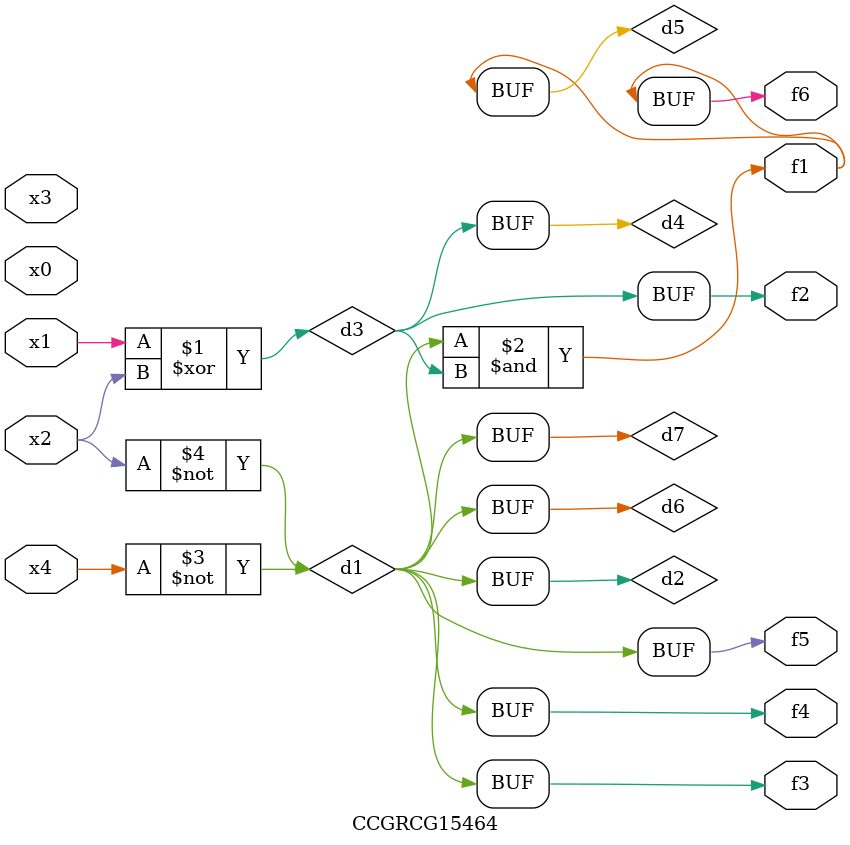
<source format=v>
module CCGRCG15464(
	input x0, x1, x2, x3, x4,
	output f1, f2, f3, f4, f5, f6
);

	wire d1, d2, d3, d4, d5, d6, d7;

	not (d1, x4);
	not (d2, x2);
	xor (d3, x1, x2);
	buf (d4, d3);
	and (d5, d1, d3);
	buf (d6, d1, d2);
	buf (d7, d2);
	assign f1 = d5;
	assign f2 = d4;
	assign f3 = d7;
	assign f4 = d7;
	assign f5 = d7;
	assign f6 = d5;
endmodule

</source>
